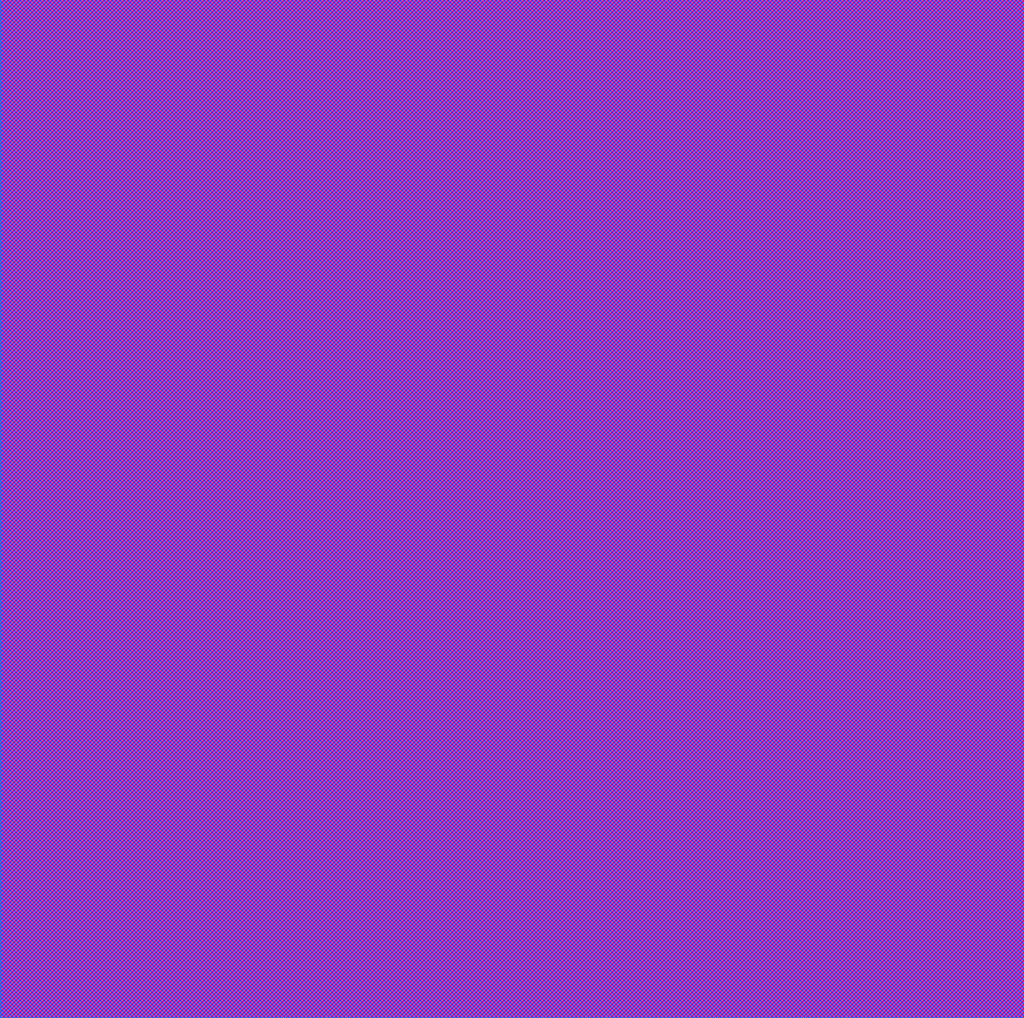
<source format=lef>
##
## LEF for PtnCells ;
## created by Encounter v09.10-p004_1 on Thu Nov 21 10:50:50 2013
##

VERSION 5.5 ;

NAMESCASESENSITIVE ON ;
BUSBITCHARS "[]" ;
DIVIDERCHAR "/" ;

UNITS
  DATABASE MICRONS 2000 ;
END UNITS

MACRO RegFile
  CLASS BLOCK ;
  SIZE 89.7700 BY 89.2600 ;
  FOREIGN RegFile 0.0000 0.0000 ;
  ORIGIN 0 0 ;
  SYMMETRY X Y R90 ;
  PIN addressA[4]
    DIRECTION INPUT ;
    USE SIGNAL ;
    PORT
      LAYER metal2 ;
        RECT 32.7400 89.1900 32.8100 89.2600 ;
    END
  END addressA[4]
  PIN addressA[3]
    DIRECTION INPUT ;
    USE SIGNAL ;
    PORT
      LAYER metal2 ;
        RECT 31.7900 89.1900 31.8600 89.2600 ;
    END
  END addressA[3]
  PIN addressA[2]
    DIRECTION INPUT ;
    USE SIGNAL ;
    PORT
      LAYER metal2 ;
        RECT 30.8400 89.1900 30.9100 89.2600 ;
    END
  END addressA[2]
  PIN addressA[1]
    DIRECTION INPUT ;
    USE SIGNAL ;
    PORT
      LAYER metal2 ;
        RECT 29.8900 89.1900 29.9600 89.2600 ;
    END
  END addressA[1]
  PIN addressA[0]
    DIRECTION INPUT ;
    USE SIGNAL ;
    PORT
      LAYER metal2 ;
        RECT 28.9400 89.1900 29.0100 89.2600 ;
    END
  END addressA[0]
  PIN addressB[4]
    DIRECTION INPUT ;
    USE SIGNAL ;
    PORT
      LAYER metal2 ;
        RECT 37.4900 89.1900 37.5600 89.2600 ;
    END
  END addressB[4]
  PIN addressB[3]
    DIRECTION INPUT ;
    USE SIGNAL ;
    PORT
      LAYER metal2 ;
        RECT 36.5400 89.1900 36.6100 89.2600 ;
    END
  END addressB[3]
  PIN addressB[2]
    DIRECTION INPUT ;
    USE SIGNAL ;
    PORT
      LAYER metal2 ;
        RECT 35.5900 89.1900 35.6600 89.2600 ;
    END
  END addressB[2]
  PIN addressB[1]
    DIRECTION INPUT ;
    USE SIGNAL ;
    PORT
      LAYER metal2 ;
        RECT 34.6400 89.1900 34.7100 89.2600 ;
    END
  END addressB[1]
  PIN addressB[0]
    DIRECTION INPUT ;
    USE SIGNAL ;
    PORT
      LAYER metal2 ;
        RECT 33.6900 89.1900 33.7600 89.2600 ;
    END
  END addressB[0]
  PIN dataIn[15]
    DIRECTION INPUT ;
    USE SIGNAL ;
    PORT
      LAYER metal2 ;
        RECT 52.6900 89.1900 52.7600 89.2600 ;
    END
  END dataIn[15]
  PIN dataIn[14]
    DIRECTION INPUT ;
    USE SIGNAL ;
    PORT
      LAYER metal2 ;
        RECT 51.7400 89.1900 51.8100 89.2600 ;
    END
  END dataIn[14]
  PIN dataIn[13]
    DIRECTION INPUT ;
    USE SIGNAL ;
    PORT
      LAYER metal2 ;
        RECT 50.7900 89.1900 50.8600 89.2600 ;
    END
  END dataIn[13]
  PIN dataIn[12]
    DIRECTION INPUT ;
    USE SIGNAL ;
    PORT
      LAYER metal2 ;
        RECT 49.8400 89.1900 49.9100 89.2600 ;
    END
  END dataIn[12]
  PIN dataIn[11]
    DIRECTION INPUT ;
    USE SIGNAL ;
    PORT
      LAYER metal2 ;
        RECT 48.8900 89.1900 48.9600 89.2600 ;
    END
  END dataIn[11]
  PIN dataIn[10]
    DIRECTION INPUT ;
    USE SIGNAL ;
    PORT
      LAYER metal2 ;
        RECT 47.9400 89.1900 48.0100 89.2600 ;
    END
  END dataIn[10]
  PIN dataIn[9]
    DIRECTION INPUT ;
    USE SIGNAL ;
    PORT
      LAYER metal2 ;
        RECT 62.7600 0.0000 62.8300 0.0700 ;
    END
  END dataIn[9]
  PIN dataIn[8]
    DIRECTION INPUT ;
    USE SIGNAL ;
    PORT
      LAYER metal2 ;
        RECT 46.0400 89.1900 46.1100 89.2600 ;
    END
  END dataIn[8]
  PIN dataIn[7]
    DIRECTION INPUT ;
    USE SIGNAL ;
    PORT
      LAYER metal2 ;
        RECT 45.0900 89.1900 45.1600 89.2600 ;
    END
  END dataIn[7]
  PIN dataIn[6]
    DIRECTION INPUT ;
    USE SIGNAL ;
    PORT
      LAYER metal2 ;
        RECT 44.1400 89.1900 44.2100 89.2600 ;
    END
  END dataIn[6]
  PIN dataIn[5]
    DIRECTION INPUT ;
    USE SIGNAL ;
    PORT
      LAYER metal2 ;
        RECT 43.1900 89.1900 43.2600 89.2600 ;
    END
  END dataIn[5]
  PIN dataIn[4]
    DIRECTION INPUT ;
    USE SIGNAL ;
    PORT
      LAYER metal2 ;
        RECT 42.2400 89.1900 42.3100 89.2600 ;
    END
  END dataIn[4]
  PIN dataIn[3]
    DIRECTION INPUT ;
    USE SIGNAL ;
    PORT
      LAYER metal2 ;
        RECT 41.2900 89.1900 41.3600 89.2600 ;
    END
  END dataIn[3]
  PIN dataIn[2]
    DIRECTION INPUT ;
    USE SIGNAL ;
    PORT
      LAYER metal2 ;
        RECT 40.3400 89.1900 40.4100 89.2600 ;
    END
  END dataIn[2]
  PIN dataIn[1]
    DIRECTION INPUT ;
    USE SIGNAL ;
    PORT
      LAYER metal2 ;
        RECT 39.3900 89.1900 39.4600 89.2600 ;
    END
  END dataIn[1]
  PIN dataIn[0]
    DIRECTION INPUT ;
    USE SIGNAL ;
    PORT
      LAYER metal2 ;
        RECT 38.4400 89.1900 38.5100 89.2600 ;
    END
  END dataIn[0]
  PIN addressIn[4]
    DIRECTION INPUT ;
    USE SIGNAL ;
    PORT
      LAYER metal2 ;
        RECT 57.4400 89.1900 57.5100 89.2600 ;
    END
  END addressIn[4]
  PIN addressIn[3]
    DIRECTION INPUT ;
    USE SIGNAL ;
    PORT
      LAYER metal2 ;
        RECT 56.4900 89.1900 56.5600 89.2600 ;
    END
  END addressIn[3]
  PIN addressIn[2]
    DIRECTION INPUT ;
    USE SIGNAL ;
    PORT
      LAYER metal2 ;
        RECT 55.5400 89.1900 55.6100 89.2600 ;
    END
  END addressIn[2]
  PIN addressIn[1]
    DIRECTION INPUT ;
    USE SIGNAL ;
    PORT
      LAYER metal2 ;
        RECT 54.5900 89.1900 54.6600 89.2600 ;
    END
  END addressIn[1]
  PIN addressIn[0]
    DIRECTION INPUT ;
    USE SIGNAL ;
    PORT
      LAYER metal2 ;
        RECT 53.6400 89.1900 53.7100 89.2600 ;
    END
  END addressIn[0]
  PIN clk
    DIRECTION INPUT ;
    USE SIGNAL ;
    PORT
      LAYER metal2 ;
        RECT 58.3900 89.1900 58.4600 89.2600 ;
    END
  END clk
  PIN reset
    DIRECTION INPUT ;
    USE SIGNAL ;
    PORT
      LAYER metal2 ;
        RECT 59.3400 89.1900 59.4100 89.2600 ;
    END
  END reset
  PIN write
    DIRECTION INPUT ;
    USE SIGNAL ;
    PORT
      LAYER metal2 ;
        RECT 60.2900 89.1900 60.3600 89.2600 ;
    END
  END write
  PIN outA[15]
    DIRECTION OUTPUT ;
    USE SIGNAL ;
    PORT
      LAYER metal2 ;
        RECT 43.7600 0.0000 43.8300 0.0700 ;
    END
  END outA[15]
  PIN outA[14]
    DIRECTION OUTPUT ;
    USE SIGNAL ;
    PORT
      LAYER metal2 ;
        RECT 41.8600 0.0000 41.9300 0.0700 ;
    END
  END outA[14]
  PIN outA[13]
    DIRECTION OUTPUT ;
    USE SIGNAL ;
    PORT
      LAYER metal2 ;
        RECT 39.9600 0.0000 40.0300 0.0700 ;
    END
  END outA[13]
  PIN outA[12]
    DIRECTION OUTPUT ;
    USE SIGNAL ;
    PORT
      LAYER metal2 ;
        RECT 38.0600 0.0000 38.1300 0.0700 ;
    END
  END outA[12]
  PIN outA[11]
    DIRECTION OUTPUT ;
    USE SIGNAL ;
    PORT
      LAYER metal2 ;
        RECT 36.1600 0.0000 36.2300 0.0700 ;
    END
  END outA[11]
  PIN outA[10]
    DIRECTION OUTPUT ;
    USE SIGNAL ;
    PORT
      LAYER metal2 ;
        RECT 34.2600 0.0000 34.3300 0.0700 ;
    END
  END outA[10]
  PIN outA[9]
    DIRECTION OUTPUT ;
    USE SIGNAL ;
    PORT
      LAYER metal2 ;
        RECT 32.3600 0.0000 32.4300 0.0700 ;
    END
  END outA[9]
  PIN outA[8]
    DIRECTION OUTPUT ;
    USE SIGNAL ;
    PORT
      LAYER metal2 ;
        RECT 30.4600 0.0000 30.5300 0.0700 ;
    END
  END outA[8]
  PIN outA[7]
    DIRECTION OUTPUT ;
    USE SIGNAL ;
    PORT
      LAYER metal2 ;
        RECT 28.5600 0.0000 28.6300 0.0700 ;
    END
  END outA[7]
  PIN outA[6]
    DIRECTION OUTPUT ;
    USE SIGNAL ;
    PORT
      LAYER metal2 ;
        RECT 26.6600 0.0000 26.7300 0.0700 ;
    END
  END outA[6]
  PIN outA[5]
    DIRECTION OUTPUT ;
    USE SIGNAL ;
    PORT
      LAYER metal2 ;
        RECT 24.7600 0.0000 24.8300 0.0700 ;
    END
  END outA[5]
  PIN outA[4]
    DIRECTION OUTPUT ;
    USE SIGNAL ;
    PORT
      LAYER metal2 ;
        RECT 22.8600 0.0000 22.9300 0.0700 ;
    END
  END outA[4]
  PIN outA[3]
    DIRECTION OUTPUT ;
    USE SIGNAL ;
    PORT
      LAYER metal2 ;
        RECT 20.9600 0.0000 21.0300 0.0700 ;
    END
  END outA[3]
  PIN outA[2]
    DIRECTION OUTPUT ;
    USE SIGNAL ;
    PORT
      LAYER metal2 ;
        RECT 19.0600 0.0000 19.1300 0.0700 ;
    END
  END outA[2]
  PIN outA[1]
    DIRECTION OUTPUT ;
    USE SIGNAL ;
    PORT
      LAYER metal2 ;
        RECT 17.1600 0.0000 17.2300 0.0700 ;
    END
  END outA[1]
  PIN outA[0]
    DIRECTION OUTPUT ;
    USE SIGNAL ;
    PORT
      LAYER metal2 ;
        RECT 15.2600 0.0000 15.3300 0.0700 ;
    END
  END outA[0]
  PIN outB[15]
    DIRECTION OUTPUT ;
    USE SIGNAL ;
    PORT
      LAYER metal2 ;
        RECT 74.1600 0.0000 74.2300 0.0700 ;
    END
  END outB[15]
  PIN outB[14]
    DIRECTION OUTPUT ;
    USE SIGNAL ;
    PORT
      LAYER metal2 ;
        RECT 72.2600 0.0000 72.3300 0.0700 ;
    END
  END outB[14]
  PIN outB[13]
    DIRECTION OUTPUT ;
    USE SIGNAL ;
    PORT
      LAYER metal2 ;
        RECT 70.3600 0.0000 70.4300 0.0700 ;
    END
  END outB[13]
  PIN outB[12]
    DIRECTION OUTPUT ;
    USE SIGNAL ;
    PORT
      LAYER metal2 ;
        RECT 68.4600 0.0000 68.5300 0.0700 ;
    END
  END outB[12]
  PIN outB[11]
    DIRECTION OUTPUT ;
    USE SIGNAL ;
    PORT
      LAYER metal2 ;
        RECT 66.5600 0.0000 66.6300 0.0700 ;
    END
  END outB[11]
  PIN outB[10]
    DIRECTION OUTPUT ;
    USE SIGNAL ;
    PORT
      LAYER metal2 ;
        RECT 64.6600 0.0000 64.7300 0.0700 ;
    END
  END outB[10]
  PIN outB[9]
    DIRECTION OUTPUT ;
    USE SIGNAL ;
    PORT
      LAYER metal2 ;
        RECT 48.5100 0.0000 48.5800 0.0700 ;
    END
  END outB[9]
  PIN outB[8]
    DIRECTION OUTPUT ;
    USE SIGNAL ;
    PORT
      LAYER metal2 ;
        RECT 60.8600 0.0000 60.9300 0.0700 ;
    END
  END outB[8]
  PIN outB[7]
    DIRECTION OUTPUT ;
    USE SIGNAL ;
    PORT
      LAYER metal2 ;
        RECT 58.9600 0.0000 59.0300 0.0700 ;
    END
  END outB[7]
  PIN outB[6]
    DIRECTION OUTPUT ;
    USE SIGNAL ;
    PORT
      LAYER metal2 ;
        RECT 57.0600 0.0000 57.1300 0.0700 ;
    END
  END outB[6]
  PIN outB[5]
    DIRECTION OUTPUT ;
    USE SIGNAL ;
    PORT
      LAYER metal2 ;
        RECT 55.1600 0.0000 55.2300 0.0700 ;
    END
  END outB[5]
  PIN outB[4]
    DIRECTION OUTPUT ;
    USE SIGNAL ;
    PORT
      LAYER metal2 ;
        RECT 53.2600 0.0000 53.3300 0.0700 ;
    END
  END outB[4]
  PIN outB[3]
    DIRECTION OUTPUT ;
    USE SIGNAL ;
    PORT
      LAYER metal2 ;
        RECT 51.3600 0.0000 51.4300 0.0700 ;
    END
  END outB[3]
  PIN outB[2]
    DIRECTION OUTPUT ;
    USE SIGNAL ;
    PORT
      LAYER metal2 ;
        RECT 49.4600 0.0000 49.5300 0.0700 ;
    END
  END outB[2]
  PIN outB[1]
    DIRECTION OUTPUT ;
    USE SIGNAL ;
    PORT
      LAYER metal2 ;
        RECT 47.5600 0.0000 47.6300 0.0700 ;
    END
  END outB[1]
  PIN outB[0]
    DIRECTION OUTPUT ;
    USE SIGNAL ;
    PORT
      LAYER metal2 ;
        RECT 45.6600 0.0000 45.7300 0.0700 ;
    END
  END outB[0]
  PIN VDD
    DIRECTION INOUT ;
    USE POWER ;
    PORT
      LAYER metal10 ;
        RECT 86.6900 88.4600 87.4900 89.2600 ;
    END
    PORT
      LAYER metal10 ;
        RECT 86.6900 0.0000 87.4900 0.8000 ;
    END
    PORT
      LAYER metal10 ;
        RECT 2.3800 88.4600 3.1800 89.2600 ;
    END
    PORT
      LAYER metal10 ;
        RECT 2.3800 0.0000 3.1800 0.8000 ;
    END
  END VDD
  PIN VSS
    DIRECTION INOUT ;
    USE GROUND ;
    PORT
      LAYER metal10 ;
        RECT 88.2900 88.4600 89.0900 89.2600 ;
    END
    PORT
      LAYER metal10 ;
        RECT 88.2900 0.0000 89.0900 0.8000 ;
    END
    PORT
      LAYER metal10 ;
        RECT 0.7800 88.4600 1.5800 89.2600 ;
    END
    PORT
      LAYER metal10 ;
        RECT 0.7800 0.0000 1.5800 0.8000 ;
    END
  END VSS
  OBS
    LAYER metal1 ;
      RECT 0.0000 0.0000 89.7700 89.2600 ;
    LAYER metal2 ;
      RECT 60.4300 89.1200 89.7700 89.2600 ;
      RECT 59.4800 89.1200 60.2200 89.2600 ;
      RECT 58.5300 89.1200 59.2700 89.2600 ;
      RECT 57.5800 89.1200 58.3200 89.2600 ;
      RECT 56.6300 89.1200 57.3700 89.2600 ;
      RECT 55.6800 89.1200 56.4200 89.2600 ;
      RECT 54.7300 89.1200 55.4700 89.2600 ;
      RECT 53.7800 89.1200 54.5200 89.2600 ;
      RECT 52.8300 89.1200 53.5700 89.2600 ;
      RECT 51.8800 89.1200 52.6200 89.2600 ;
      RECT 50.9300 89.1200 51.6700 89.2600 ;
      RECT 49.9800 89.1200 50.7200 89.2600 ;
      RECT 49.0300 89.1200 49.7700 89.2600 ;
      RECT 48.0800 89.1200 48.8200 89.2600 ;
      RECT 46.1800 89.1200 47.8700 89.2600 ;
      RECT 45.2300 89.1200 45.9700 89.2600 ;
      RECT 44.2800 89.1200 45.0200 89.2600 ;
      RECT 43.3300 89.1200 44.0700 89.2600 ;
      RECT 42.3800 89.1200 43.1200 89.2600 ;
      RECT 41.4300 89.1200 42.1700 89.2600 ;
      RECT 40.4800 89.1200 41.2200 89.2600 ;
      RECT 39.5300 89.1200 40.2700 89.2600 ;
      RECT 38.5800 89.1200 39.3200 89.2600 ;
      RECT 37.6300 89.1200 38.3700 89.2600 ;
      RECT 36.6800 89.1200 37.4200 89.2600 ;
      RECT 35.7300 89.1200 36.4700 89.2600 ;
      RECT 34.7800 89.1200 35.5200 89.2600 ;
      RECT 33.8300 89.1200 34.5700 89.2600 ;
      RECT 32.8800 89.1200 33.6200 89.2600 ;
      RECT 31.9300 89.1200 32.6700 89.2600 ;
      RECT 30.9800 89.1200 31.7200 89.2600 ;
      RECT 30.0300 89.1200 30.7700 89.2600 ;
      RECT 29.0800 89.1200 29.8200 89.2600 ;
      RECT 0.0000 89.1200 28.8700 89.2600 ;
      RECT 0.0000 0.1400 89.7700 89.1200 ;
      RECT 74.3000 0.0000 89.7700 0.1400 ;
      RECT 72.4000 0.0000 74.0900 0.1400 ;
      RECT 70.5000 0.0000 72.1900 0.1400 ;
      RECT 68.6000 0.0000 70.2900 0.1400 ;
      RECT 66.7000 0.0000 68.3900 0.1400 ;
      RECT 64.8000 0.0000 66.4900 0.1400 ;
      RECT 62.9000 0.0000 64.5900 0.1400 ;
      RECT 61.0000 0.0000 62.6900 0.1400 ;
      RECT 59.1000 0.0000 60.7900 0.1400 ;
      RECT 57.2000 0.0000 58.8900 0.1400 ;
      RECT 55.3000 0.0000 56.9900 0.1400 ;
      RECT 53.4000 0.0000 55.0900 0.1400 ;
      RECT 51.5000 0.0000 53.1900 0.1400 ;
      RECT 49.6000 0.0000 51.2900 0.1400 ;
      RECT 48.6500 0.0000 49.3900 0.1400 ;
      RECT 47.7000 0.0000 48.4400 0.1400 ;
      RECT 45.8000 0.0000 47.4900 0.1400 ;
      RECT 43.9000 0.0000 45.5900 0.1400 ;
      RECT 42.0000 0.0000 43.6900 0.1400 ;
      RECT 40.1000 0.0000 41.7900 0.1400 ;
      RECT 38.2000 0.0000 39.8900 0.1400 ;
      RECT 36.3000 0.0000 37.9900 0.1400 ;
      RECT 34.4000 0.0000 36.0900 0.1400 ;
      RECT 32.5000 0.0000 34.1900 0.1400 ;
      RECT 30.6000 0.0000 32.2900 0.1400 ;
      RECT 28.7000 0.0000 30.3900 0.1400 ;
      RECT 26.8000 0.0000 28.4900 0.1400 ;
      RECT 24.9000 0.0000 26.5900 0.1400 ;
      RECT 23.0000 0.0000 24.6900 0.1400 ;
      RECT 21.1000 0.0000 22.7900 0.1400 ;
      RECT 19.2000 0.0000 20.8900 0.1400 ;
      RECT 17.3000 0.0000 18.9900 0.1400 ;
      RECT 15.4000 0.0000 17.0900 0.1400 ;
      RECT 0.0000 0.0000 15.1900 0.1400 ;
    LAYER metal3 ;
      RECT 0.0000 0.0000 89.7700 89.2600 ;
    LAYER metal4 ;
      RECT 0.0000 0.0000 89.7700 89.2600 ;
    LAYER metal5 ;
      RECT 0.0000 0.0000 89.7700 89.2600 ;
    LAYER metal6 ;
      RECT 0.0000 0.0000 89.7700 89.2600 ;
    LAYER metal7 ;
      RECT 0.0000 0.0000 89.7700 89.2600 ;
    LAYER metal8 ;
      RECT 0.0000 0.0000 89.7700 89.2600 ;
    LAYER metal9 ;
      RECT 0.0000 0.0000 89.7700 89.2600 ;
    LAYER metal10 ;
      RECT 3.9800 87.6600 85.8900 89.2600 ;
      RECT 0.0000 1.6000 89.7700 87.6600 ;
      RECT 3.9800 0.0000 85.8900 1.6000 ;
  END
END RegFile

END LIBRARY

</source>
